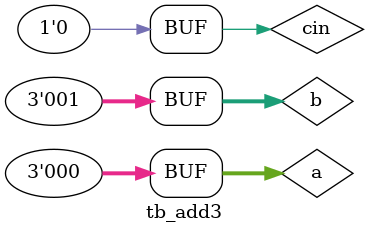
<source format=v>

module tb_add3();
// constants                                           
// general purpose registers
reg [2:0] a;
reg [2:0] b;
reg cin;
// wires                                               
wire [3:0] sum;

wire sampler;                             

// assign statements (if any)                          
add3 i1 (
// port map - connection between master ports and signals/registers   
	.a(a),
	.b(b),
	.cin(cin),
	.sum(sum)
);
// a[ 2 ]
initial
begin
	a[2] = 1'b0;
	a[2] = #160000 1'b1;
	a[2] = #160000 1'b0;
	a[2] = #80000 1'b1;
	a[2] = #40000 1'b0;
	a[2] = #40000 1'b1;
	a[2] = #160000 1'b0;
	a[2] = #160000 1'b1;
	a[2] = #160000 1'b0;
end 
// a[ 1 ]
initial
begin
	a[1] = 1'b0;
	a[1] = #120000 1'b1;
	a[1] = #40000 1'b0;
	a[1] = #80000 1'b1;
	a[1] = #80000 1'b0;
	a[1] = #120000 1'b1;
	a[1] = #40000 1'b0;
	a[1] = #80000 1'b1;
	# 80000;
	repeat(2)
	begin
		a[1] = 1'b0;
		a[1] = #80000 1'b1;
		# 80000;
	end
	a[1] = 1'b0;
end 
// a[ 0 ]
initial
begin
	a[0] = 1'b0;
	a[0] = #40000 1'b1;
	a[0] = #40000 1'b0;
	a[0] = #40000 1'b1;
	# 40000;
	repeat(2)
	begin
		a[0] = 1'b0;
		a[0] = #40000 1'b1;
		# 40000;
	end
	a[0] = 1'b0;
	a[0] = #40000 1'b1;
	a[0] = #120000 1'b0;
	a[0] = #40000 1'b1;
	# 40000;
	repeat(5)
	begin
		a[0] = 1'b0;
		a[0] = #40000 1'b1;
		# 40000;
	end
	a[0] = 1'b0;
end 
// b[ 2 ]
initial
begin
	b[2] = 1'b0;
	b[2] = #160000 1'b1;
	b[2] = #40000 1'b0;
	b[2] = #40000 1'b1;
	b[2] = #40000 1'b0;
	b[2] = #40000 1'b1;
	b[2] = #120000 1'b0;
	b[2] = #120000 1'b1;
	b[2] = #120000 1'b0;
	b[2] = #80000 1'b1;
	b[2] = #40000 1'b0;
end 
// b[ 1 ]
initial
begin
	b[1] = 1'b0;
	b[1] = #200000 1'b1;
	b[1] = #40000 1'b0;
	b[1] = #80000 1'b1;
	b[1] = #80000 1'b0;
	b[1] = #80000 1'b1;
	b[1] = #80000 1'b0;
	b[1] = #40000 1'b1;
	b[1] = #80000 1'b0;
	b[1] = #160000 1'b1;
	b[1] = #40000 1'b0;
end 
// b[ 0 ]
initial
begin
	b[0] = 1'b1;
	b[0] = #80000 1'b0;
	b[0] = #80000 1'b1;
	b[0] = #40000 1'b0;
	b[0] = #40000 1'b1;
	b[0] = #40000 1'b0;
	b[0] = #40000 1'b1;
	b[0] = #120000 1'b0;
	b[0] = #120000 1'b1;
	b[0] = #120000 1'b0;
	b[0] = #40000 1'b1;
	b[0] = #80000 1'b0;
	b[0] = #40000 1'b1;
	b[0] = #40000 1'b0;
	b[0] = #80000 1'b1;
end 

// cin
initial
begin
	cin = 1'b0;
end 
initial
 begin
		 $monitor("t=%3d a=%d,b=%d,cin=%d,sum=%d \n",$time,a,b,cin,sum, );
		 end


endmodule


</source>
